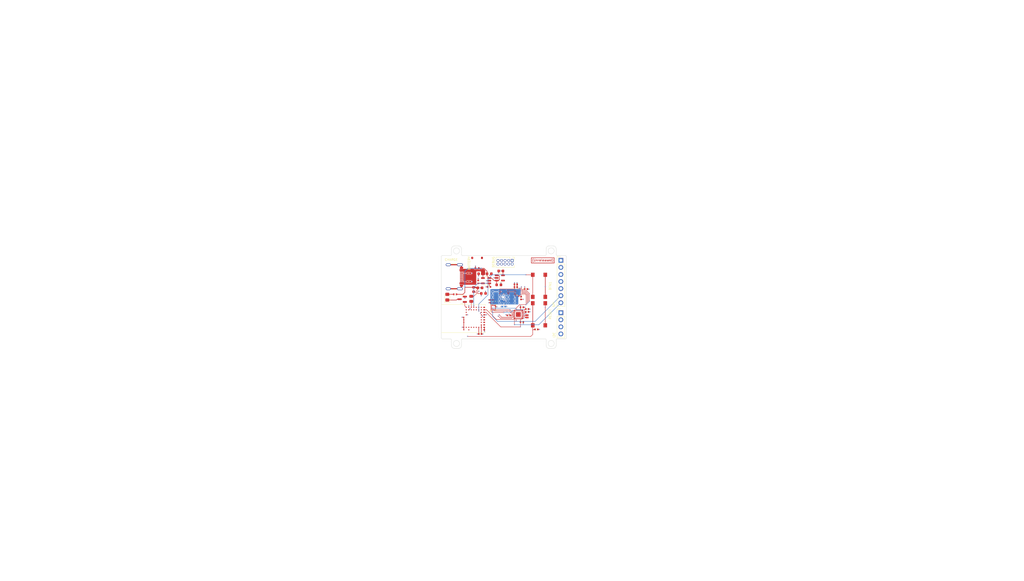
<source format=kicad_pcb>
(kicad_pcb (version 20241229) (generator "pcbnew") (generator_version "9.0")
  (title_block (title "Heartrate-DevKit") (date "2025-07-13") (rev "${REVISION}") (comment 1 "${COMPANY}"))
  (layers (0 "F.Cu" signal) (4 "In1.Cu" power "Inner1") (6 "In2.Cu" power "Inner2") (2 "B.Cu" signal) (13 "F.Paste" user) (15 "B.Paste" user) (5 "F.SilkS" user "F.Silkscreen") (7 "B.SilkS" user "B.Silkscreen") (1 "F.Mask" user) (3 "B.Mask" user) (25 "Edge.Cuts" user))
  (property "ASSEMBLY_NOTES" "")
  (property "BOARD_NAME" "")
  (property "COMPANY" "null")
  (property "DESIGNER" "Daniel Kampert")
  (property "FABRICATION_NOTES" "")
  (property "GIT_HASH_PCB" "")
  (property "GIT_HASH_SCH" "")
  (property "GIT_URL" "")
  (property "PROJECT_NAME" "")
  (property "RELEASE_BODY_UNRELEASED" "Version Unreleased not found.")
  (property "RELEASE_DATE" "06-Jun-2025")
  (property "RELEASE_DATE_NUM" "2025-06-06")
  (property "RELEASE_TITLE_UNRELEASED" "Version Unreleased not found.")
  (property "REVISION" "(Unreleased)")
  (property "SHEET_NAME_1" "Cover Page")
  (property "SHEET_NAME_10" "......................................")
  (property "SHEET_NAME_11" "......................................")
  (property "SHEET_NAME_12" "......................................")
  (property "SHEET_NAME_13" "......................................")
  (property "SHEET_NAME_14" "......................................")
  (property "SHEET_NAME_15" "......................................")
  (property "SHEET_NAME_16" "......................................")
  (property "SHEET_NAME_17" "......................................")
  (property "SHEET_NAME_18" "......................................")
  (property "SHEET_NAME_19" "......................................")
  (property "SHEET_NAME_2" "Block Diagram")
  (property "SHEET_NAME_20" "......................................")
  (property "SHEET_NAME_21" "......................................")
  (property "SHEET_NAME_22" "......................................")
  (property "SHEET_NAME_23" "......................................")
  (property "SHEET_NAME_24" "......................................")
  (property "SHEET_NAME_25" "......................................")
  (property "SHEET_NAME_26" "......................................")
  (property "SHEET_NAME_27" "......................................")
  (property "SHEET_NAME_28" "......................................")
  (property "SHEET_NAME_29" "......................................")
  (property "SHEET_NAME_3" "Project Architecture")
  (property "SHEET_NAME_30" "......................................")
  (property "SHEET_NAME_31" "......................................")
  (property "SHEET_NAME_32" "......................................")
  (property "SHEET_NAME_33" "......................................")
  (property "SHEET_NAME_34" "......................................")
  (property "SHEET_NAME_35" "......................................")
  (property "SHEET_NAME_36" "......................................")
  (property "SHEET_NAME_37" "......................................")
  (property "SHEET_NAME_38" "......................................")
  (property "SHEET_NAME_39" "......................................")
  (property "SHEET_NAME_4" "Main")
  (property "SHEET_NAME_40" "......................................")
  (property "SHEET_NAME_5" "Power - Sequencing")
  (property "SHEET_NAME_6" "Revision History")
  (property "SHEET_NAME_7" "......................................")
  (property "SHEET_NAME_8" "......................................")
  (property "SHEET_NAME_9" "......................................")
  (property "VARIANT" "PRELIMINARY")
  (net 0 "")
  (net 1 "GND")
  (net 2 "+1V8")
  (net 3 "PD_GND")
  (net 4 "/Project Architecture/Main/V_{LED}")
  (net 5 "/Project Architecture/Main/V_{BAT}")
  (net 6 "/Project Architecture/Main/INT_{ACC}")
  (net 7 "/Project Architecture/Main/SCL")
  (net 8 "/Project Architecture/Main/SDA")
  (net 9 "/Project Architecture/Main/~{RESET_{HR}}")
  (net 10 "/Project Architecture/Main/STATUS")
  (net 11 "/Project Architecture/Main/CHARGE")
  (net 12 "/Project Architecture/Main/ENABLE_{LED}")
  (net 13 "/Project Architecture/Main/SWDIO")
  (net 14 "/Project Architecture/Main/SWDCLK")
  (net 15 "/Project Architecture/Main/~{RESET}")
  (net 16 "Net-(IC101-V_{CORE})")
  (net 17 "Net-(IC102-V_{DD})")
  (net 18 "Net-(IC103-V_{REF})")
  (net 19 "Net-(D101-A)")
  (net 20 "Net-(D101-K)")
  (net 21 "Net-(D102-K)")
  (net 22 "Net-(D103-K)")
  (net 23 "Net-(IC101-SCLK_{SENSOR})")
  (net 24 "Net-(IC101-MOSI_{SENSOR})")
  (net 25 "Net-(IC101-CS_{PPG})")
  (net 26 "Net-(IC101-32k_{IN})")
  (net 27 "Net-(IC101-CS_{ACC})")
  (net 28 "Net-(IC101-INT_{PPG})")
  (net 29 "Net-(IC101-MISO_{SENSOR})")
  (net 30 "Net-(IC101-32k_{OUT})")
  (net 31 "Net-(IC102-PROG)")
  (net 34 "Net-(IC103-LED3-DRV)")
  (net 35 "Net-(IC103-LED1-DRV)")
  (net 36 "Net-(IC103-LED2-DRV)")
  (net 40 "Net-(IC106-L)")
  (net 43 "Net-(M101-P0.02)")
  (net 51 "Net-(M101-P2.03)")
  (net 52 "Net-(M101-P0.01)")
  (net 73 "Net-(X101-CC1)")
  (net 74 "Net-(X101-CC2)")
  (footprint "Capacitor_SMD:C_0603_1608Metric" (layer "F.Cu") (at 196.625 148.025)
    (property "Reference" "C114" (hide yes))
    (property "Value" "2u2" (hide yes))
  )
  (footprint "Capacitor_SMD:C_0402_1005Metric" (layer "F.Cu") (at 213.18 148.475)
    (property "Reference" "C107" (hide yes))
    (property "Value" "10u" (hide yes))
  )
  (footprint "Capacitor_SMD:C_0402_1005Metric" (layer "F.Cu") (at 200.4 152.855 90)
    (property "Reference" "C112" (hide yes))
    (property "Value" "100n" (hide yes))
  )
  (footprint "Resistor_SMD:R_0805_2012Metric" (layer "F.Cu") (at 193.51 151.975 90)
    (property "Reference" "R103" (hide yes))
    (property "Value" "0R" (hide yes))
  )
  (footprint "Package_BGA_Kampi:DSBGA-6_0.886x1.288mm_2x3_P0.4mm" (layer "F.Cu") (at 195.65 149.625)
    (property "Reference" "IC106" (hide yes))
    (property "Value" "TPS61240" (hide yes))
  )
  (footprint "Connector_USB:USB_C_Receptacle_GCT_USB4105-xx-A_16P_TopMnt_Horizontal" (layer "F.Cu") (at 186.325 144.03 -90)
    (property "Reference" "X101" (hide yes))
    (property "Value" "CHARGE")
  )
  (footprint "Resistor_SMD:R_0402_1005Metric" (layer "F.Cu") (at 187.7 150.35 180)
    (property "Reference" "R101" (hide yes))
    (property "Value" "220R" (hide yes))
  )
  (footprint "Resistor_SMD:R_0402_1005Metric" (layer "F.Cu") (at 211.7 155 180)
    (property "Reference" "R107" (hide yes))
    (property "Value" "4k7" (hide yes))
  )
  (footprint "Connector_PinHeader_2.54mm:PinHeader_1x07_P2.54mm_Vertical" (layer "F.Cu") (at 225.7 138.135)
    (property "Reference" "J102" (hide yes))
    (property "Value" "SPI")
  )
  (footprint "Capacitor_SMD:C_0402_1005Metric" (layer "F.Cu") (at 213.58 155.65)
    (property "Reference" "C104" (hide yes))
    (property "Value" "1u" (hide yes))
  )
  (footprint "Resistor_SMD:R_0402_1005Metric" (layer "F.Cu") (at 196 145.89 90)
    (property "Reference" "R108" (hide yes))
    (property "Value" "10k" (hide yes))
  )
  (footprint "Capacitor_SMD:C_0402_1005Metric" (layer "F.Cu") (at 201.7 152.855 90)
    (property "Reference" "C106" (hide yes))
    (property "Value" "10u" (hide yes))
  )
  (footprint "Capacitor_SMD:C_0402_1005Metric" (layer "F.Cu") (at 213.57 156.65)
    (property "Reference" "C103" (hide yes))
    (property "Value" "1u" (hide yes))
  )
  (footprint "Capacitor_SMD:C_0402_1005Metric" (layer "F.Cu") (at 207 157.925 180)
    (property "Reference" "C102" (hide yes))
    (property "Value" "1u" (hide yes))
  )
  (footprint "Connector_PinHeader_2.54mm:PinHeader_1x04_P2.54mm_Vertical" (layer "F.Cu") (at 225.7 156.975)
    (property "Reference" "J101" (hide yes))
    (property "Value" "I2C")
  )
  (footprint "Connector_PinHeader_1.27mm:PinHeader_2x05_P1.27mm_Vertical" (layer "F.Cu") (at 208.2 138.2 -90)
    (property "Reference" "X102" (hide yes))
    (property "Value" "DEBUG")
  )
  (footprint "LED_SMD:LED_0805_2012Metric_Pad1.15x1.40mm_HandSolder" (layer "F.Cu") (at 184.9 151.375 90)
    (property "Reference" "D101" (hide yes))
    (property "Value" "STATUS" (hide yes))
  )
  (footprint "Crystal_Kampi:ECS_ECX-1210" (layer "F.Cu") (at 213.5 158.275 90)
    (property "Reference" "Y101" (hide yes))
    (property "Value" "32kHz" (hide yes))
  )
  (footprint "Capacitor_SMD:C_0402_1005Metric" (layer "F.Cu") (at 209.5 146.775 180)
    (property "Reference" "C113" (hide yes))
    (property "Value" "22u" (hide yes))
  )
  (footprint "Analog Devices:MAX32664GTG" (layer "F.Cu") (at 210.43 157.6 90)
    (property "Reference" "IC101" (hide yes))
    (property "Value" "MAX32664" (hide yes))
  )
  (footprint "Package_TO_SOT_SMD:SOT-23" (layer "F.Cu") (at 190.2625 152.125 180)
    (property "Reference" "Q101" (hide yes))
    (property "Value" "BSS138" (hide yes))
  )
  (footprint "Capacitor_SMD:C_0402_1005Metric" (layer "F.Cu") (at 196.7 164.6 180)
    (property "Reference" "C101" (hide yes))
    (property "Value" "100n" (hide yes))
  )
  (footprint "Resistor_SMD:R_0402_1005Metric" (layer "F.Cu") (at 192.65 145.78 180)
    (property "Reference" "R106" (hide yes))
    (property "Value" "5k1" (hide yes))
  )
  (footprint "Wuerth:WS-TASV-6x6" (layer "F.Cu") (at 217.85 157.525 90)
    (property "Reference" "SW101" (hide yes))
    (property "Value" "RESET")
  )
  (footprint "Package_LGA:LGA-12_2x2mm_P0.5mm" (layer "F.Cu") (at 201.4375 155.105 90)
    (property "Reference" "IC104" (hide yes))
    (property "Value" "LIS2DS12" (hide yes))
  )
  (footprint "Capacitor_SMD:C_0402_1005Metric" (layer "F.Cu") (at 202.7 152.855 90)
    (property "Reference" "C109" (hide yes))
    (property "Value" "100n" (hide yes))
  )
  (footprint "Package_TO_SOT_SMD:SOT-23-5" (layer "F.Cu") (at 203.7625 144.45)
    (property "Reference" "IC105" (hide yes))
    (property "Value" "MIC5365-1.8" (hide yes))
  )
  (footprint "Fanstel:BM15C" (layer "F.Cu") (at 189.7 159.075 90)
    (property "Reference" "M101" (hide yes))
    (property "Value" "BM15C" (hide yes))
  )
  (footprint "Resistor_SMD:R_0402_1005Metric" (layer "F.Cu") (at 199.9 147.675 180)
    (property "Reference" "R109" (hide yes))
    (property "Value" "10k" (hide yes))
  )
  (footprint "Capacitor_SMD:C_0603_1608Metric" (layer "F.Cu") (at 204.125 141.95 180)
    (property "Reference" "C118" (hide yes))
    (property "Value" "1u" (hide yes))
  )
  (footprint "Capacitor_SMD:C_0603_1608Metric" (layer "F.Cu") (at 199.95 142.95)
    (property "Reference" "C110" (hide yes))
    (property "Value" "4u7" (hide yes))
  )
  (footprint "Capacitor_SMD:C_0402_1005Metric" (layer "F.Cu") (at 211.4 151.695 -90)
    (property "Reference" "C108" (hide yes))
    (property "Value" "1u" (hide yes))
  )
  (footprint "Resistor_SMD:R_0402_1005Metric" (layer "F.Cu") (at 216.9 162.975 180)
    (property "Reference" "R102" (hide yes))
    (property "Value" "10k" (hide yes))
  )
  (footprint "Capacitor_SMD:C_0402_1005Metric" (layer "F.Cu") (at 209.5 147.775 180)
    (property "Reference" "C111" (hide yes))
    (property "Value" "100n" (hide yes))
  )
  (footprint "Wuerth:WS-TASV-6x6" (layer "F.Cu") (at 217.85 147.3 -90)
    (property "Reference" "SW102" (hide yes))
    (property "Value" "BTN1")
  )
  (footprint "Resistor_SMD:R_0402_1005Metric" (layer "F.Cu") (at 192.65 142.78)
    (property "Reference" "R105" (hide yes))
    (property "Value" "5k1" (hide yes))
  )
  (footprint "Package_TO_SOT_SMD:SOT-23-5" (layer "F.Cu") (at 198.8375 145.45 180)
    (property "Reference" "IC102" (hide yes))
    (property "Value" "MCP73832-2-OT" (hide yes))
  )
  (footprint "Inductor_SMD:L_0603_1608Metric" (layer "F.Cu") (at 194.35 148.625 -90)
    (property "Reference" "L101" (hide yes))
    (property "Value" "1u" (hide yes))
  )
  (footprint "Resistor_SMD:R_0402_1005Metric" (layer "F.Cu") (at 211.7 160.3)
    (property "Reference" "R104" (hide yes))
    (property "Value" "10k" (hide yes))
  )
  (footprint "Capacitor_SMD:C_0603_1608Metric" (layer "F.Cu") (at 197.875 150.025)
    (property "Reference" "C117" (hide yes))
    (property "Value" "4u7" (hide yes))
  )
  (footprint "Molex:78171-0002" (layer "F.Cu") (at 195.6 139.15 180)
    (property "Reference" "X103" (hide yes))
    (property "Value" "BATTERY")
  )
  (footprint "Package_BGA_Kampi:THIN-WLP-20_2.228x1.967mm_P0.4mm" (layer "F.Cu") (at 211.2 149.475 -90)
    (property "Reference" "IC103" (hide yes))
    (property "Value" "MAX86141" (hide yes))
  )
  (footprint "Capacitor_SMD:C_0603_1608Metric" (layer "F.Cu") (at 203.4 146.95)
    (property "Reference" "C115" (hide yes))
    (property "Value" "1u" (hide yes))
  )
  (footprint "Capacitor_SMD:C_0603_1608Metric" (layer "F.Cu") (at 196.925 142.95 180)
    (property "Reference" "C105" (hide yes))
    (property "Value" "4u7" (hide yes))
  )
  (footprint "Vishay:VEMD808x" (layer "B.Cu") (at 202.4 151.375 -90)
    (property "Reference" "D103" (hide yes))
    (property "Value" "D_Photo" (hide yes))
  )
  (footprint "Resistor_SMD:R_0402_1005Metric" (layer "B.Cu") (at 204.7 154.245 -90)
    (property "Reference" "R110" (hide yes))
    (property "Value" "~" (hide yes))
  )
  (footprint "Capacitor_SMD:C_0402_1005Metric" (layer "B.Cu") (at 205.7 154.245 -90)
    (property "Reference" "C116" (hide yes))
    (property "Value" "~" (hide yes))
  )
  (footprint "Osram:SFH7016" (layer "B.Cu") (at 205.2 151.375)
    (property "Reference" "LED101" (hide yes))
    (property "Value" "SFH7016" (hide yes))
  )
  (footprint "Vishay:VEMD808x" (layer "B.Cu") (at 208 151.375 -90)
    (property "Reference" "D102" (hide yes))
    (property "Value" "D_Photo" (hide yes))
  )
  (gr_rect (start 215.1 137.2) (end 223.3 139.1) (stroke (width 0.2)) (fill no) (layer "F.Cu"))
  (gr_line (start 196.2 150.375) (end 196.2 150.125) (stroke (width 0.1)) (layer "F.SilkS"))
  (gr_line (start 198.1 164.125) (end 182.85 164.125) (stroke (width 0.1)) (layer "F.SilkS"))
  (gr_line (start 195.95 148.875) (end 196.2 148.875) (stroke (width 0.1)) (layer "F.SilkS"))
  (gr_line (start 195.1 150.075) (end 195.1 150.375) (stroke (width 0.1)) (layer "F.SilkS"))
  (gr_line (start 198.1 154.025) (end 182.85 154.025) (stroke (width 0.1)) (layer "F.SilkS"))
  (gr_line (start 196.2 149.075) (end 196.2 148.875) (stroke (width 0.1)) (layer "F.SilkS"))
  (gr_line (start 195.1 150.375) (end 195.4 150.375) (stroke (width 0.1)) (layer "F.SilkS"))
  (gr_line (start 195.95 150.375) (end 196.2 150.375) (stroke (width 0.1)) (layer "F.SilkS"))
  (gr_line (start 190.3 136.375) (end 220.1 136.375) (stroke (width 0.1)) (layer "Edge.Cuts"))
  (gr_line (start 224.3 166.4) (end 227.2 166.4) (stroke (width 0.1)) (layer "Edge.Cuts"))
  (gr_arc (start 183.2 166.4) (mid 182.846447 166.253553) (end 182.7 165.9) (stroke (width 0.1)) (layer "Edge.Cuts"))
  (gr_arc (start 186.4 134.025) (mid 186.722183 133.247183) (end 187.5 132.925) (stroke (width 0.1)) (layer "Edge.Cuts"))
  (gr_line (start 186.4 136.075) (end 186.4 134.025) (stroke (width 0.1)) (layer "Edge.Cuts"))
  (gr_line (start 182.7 136.875) (end 182.7 165.9) (stroke (width 0.1)) (layer "Edge.Cuts"))
  (gr_arc (start 190 168.725) (mid 189.677817 169.502817) (end 188.9 169.825) (stroke (width 0.1)) (layer "Edge.Cuts"))
  (gr_line (start 224 166.7) (end 224 168.725) (stroke (width 0.1)) (layer "Edge.Cuts"))
  (gr_arc (start 190 166.675) (mid 190.087868 166.462868) (end 190.3 166.375) (stroke (width 0.1)) (layer "Edge.Cuts"))
  (gr_line (start 220.4 136.075) (end 220.4 134.025) (stroke (width 0.1)) (layer "Edge.Cuts"))
  (gr_arc (start 188.9 132.925) (mid 189.677817 133.247183) (end 190 134.025) (stroke (width 0.1)) (layer "Edge.Cuts"))
  (gr_line (start 220.1 166.375) (end 190.3 166.375) (stroke (width 0.1)) (layer "Edge.Cuts"))
  (gr_line (start 188.9 169.825) (end 187.5 169.825) (stroke (width 0.1)) (layer "Edge.Cuts"))
  (gr_arc (start 224.3 136.375) (mid 224.087868 136.287132) (end 224 136.075) (stroke (width 0.1)) (layer "Edge.Cuts"))
  (gr_arc (start 186.4 136.075) (mid 186.312132 136.287132) (end 186.1 136.375) (stroke (width 0.1)) (layer "Edge.Cuts"))
  (gr_line (start 190 166.675) (end 190 168.725) (stroke (width 0.1)) (layer "Edge.Cuts"))
  (gr_line (start 220.4 168.725) (end 220.4 166.675) (stroke (width 0.1)) (layer "Edge.Cuts"))
  (gr_line (start 222.9 169.825) (end 221.5 169.825) (stroke (width 0.1)) (layer "Edge.Cuts"))
  (gr_circle (center 222.2 134.725) (end 223.3 134.725) (stroke (width 0.1)) (fill no) (layer "Edge.Cuts"))
  (gr_line (start 187.5 132.925) (end 188.9 132.925) (stroke (width 0.1)) (layer "Edge.Cuts"))
  (gr_line (start 221.5 132.925) (end 222.9 132.925) (stroke (width 0.1)) (layer "Edge.Cuts"))
  (gr_arc (start 187.5 169.825) (mid 186.722183 169.502817) (end 186.4 168.725) (stroke (width 0.1)) (layer "Edge.Cuts"))
  (gr_arc (start 190.3 136.375) (mid 190.087868 136.287132) (end 190 136.075) (stroke (width 0.1)) (layer "Edge.Cuts"))
  (gr_arc (start 182.7 136.875) (mid 182.846447 136.521447) (end 183.2 136.375) (stroke (width 0.1)) (layer "Edge.Cuts"))
  (gr_arc (start 220.4 134.025) (mid 220.722183 133.247183) (end 221.5 132.925) (stroke (width 0.1)) (layer "Edge.Cuts"))
  (gr_arc (start 221.5 169.825) (mid 220.722183 169.502817) (end 220.4 168.725) (stroke (width 0.1)) (layer "Edge.Cuts"))
  (gr_arc (start 220.1 166.375) (mid 220.312132 166.462868) (end 220.4 166.675) (stroke (width 0.1)) (layer "Edge.Cuts"))
  (gr_arc (start 227.2 136.375) (mid 227.553553 136.521447) (end 227.7 136.875) (stroke (width 0.1)) (layer "Edge.Cuts"))
  (gr_line (start 227.7 165.9) (end 227.7 136.875) (stroke (width 0.1)) (layer "Edge.Cuts"))
  (gr_arc (start 224 166.7) (mid 224.087868 166.487868) (end 224.3 166.4) (stroke (width 0.1)) (layer "Edge.Cuts"))
  (gr_line (start 224 134.025) (end 224 136.075) (stroke (width 0.1)) (layer "Edge.Cuts"))
  (gr_circle (center 188.2 134.725) (end 189.3 134.725) (stroke (width 0.1)) (fill no) (layer "Edge.Cuts"))
  (gr_line (start 183.2 136.375) (end 186.1 136.375) (stroke (width 0.1)) (layer "Edge.Cuts"))
  (gr_line (start 190 134.025) (end 190 136.075) (stroke (width 0.1)) (layer "Edge.Cuts"))
  (gr_arc (start 227.7 165.9) (mid 227.553553 166.253553) (end 227.2 166.4) (stroke (width 0.1)) (layer "Edge.Cuts"))
  (gr_circle (center 188.2 168.025) (end 187.1 168.025) (stroke (width 0.1)) (fill no) (layer "Edge.Cuts"))
  (gr_arc (start 222.9 132.925) (mid 223.677817 133.247183) (end 224 134.025) (stroke (width 0.1)) (layer "Edge.Cuts"))
  (gr_circle (center 222.2 168.025) (end 221.1 168.025) (stroke (width 0.1)) (fill no) (layer "Edge.Cuts"))
  (gr_line (start 224.3 136.375) (end 227.2 136.375) (stroke (width 0.1)) (layer "Edge.Cuts"))
  (gr_line (start 186.4 168.725) (end 186.4 166.7) (stroke (width 0.1)) (layer "Edge.Cuts"))
  (gr_arc (start 220.4 136.075) (mid 220.312132 136.287132) (end 220.1 136.375) (stroke (width 0.1)) (layer "Edge.Cuts"))
  (gr_arc (start 186.1 166.4) (mid 186.312132 166.487868) (end 186.4 166.7) (stroke (width 0.1)) (layer "Edge.Cuts"))
  (gr_arc (start 224 168.725) (mid 223.677817 169.502817) (end 222.9 169.825) (stroke (width 0.1)) (layer "Edge.Cuts"))
  (gr_line (start 186.1 166.4) (end 183.2 166.4) (stroke (width 0.1)) (layer "Edge.Cuts"))
  (gr_text "${REVISION}" (at 219.2 138.1 0) (layer "F.Cu") (effects (font (size 0.8 0.8) (thickness 0.12))))
  (segment (start 220.1 151.275) (end 220.1 147.575) (width 0.2) (layer "F.Cu") (net 1))
  (segment (start 197.4 148.025) (end 196.625 148.025) (width 0.15) (layer "F.Cu") (net 1))
  (segment (start 202.200242 154.855242) (end 202.2 154.855) (width 0.2) (layer "F.Cu") (net 1))
  (segment (start 202.7 154.855) (end 202.2 154.855) (width 0.2) (layer "F.Cu") (net 1))
  (segment (start 200.1125 143.5625) (end 200.725 142.95) (width 0.2) (layer "F.Cu") (net 1))
  (segment (start 203.35 142.65) (end 203.35 141.95) (width 0.2) (layer "F.Cu") (net 1))
  (segment (start 202.2 154.855) (end 202.2 154.355) (width 0.2) (layer "F.Cu") (net 1))
  (segment (start 198.2344 163.7) (end 198.2344 163.1136) (width 0.2) (layer "F.Cu") (net 1))
  (segment (start 209.02 148.195) (end 209.02 147.775) (width 0.15) (layer "F.Cu") (net 1))
  (segment (start 190.25 158.6) (end 190.2678 158.6178) (width 0.2) (layer "F.Cu") (net 1))
  (segment (start 206.25 157.925) (end 206.52 157.925) (width 0.2) (layer "F.Cu") (net 1))
  (segment (start 193.7 142.78) (end 193.16 142.78) (width 0.15) (layer "F.Cu") (net 1))
  (segment (start 209.02 146.195) (end 209.02 146.775) (width 0.2) (layer "F.Cu") (net 1))
  (segment (start 212.4 158.975) (end 211.895 158.975) (width 0.15) (layer "F.Cu") (net 1))
  (segment (start 211.88 157.6) (end 212.5 157.6) (width 0.15) (layer "F.Cu") (net 1))
  (segment (start 212.21 160.875) (end 212.21 160.3) (width 0.15) (layer "F.Cu") (net 1))
  (segment (start 196.8 157.1312) (end 197.1168 156.8144) (width 0.2) (layer "F.Cu") (net 1))
  (segment (start 200.4 152.375) (end 201.7 152.375) (width 0.4) (layer "F.Cu") (net 1))
  (segment (start 195.85 149.225) (end 196.3 149.225) (width 0.15) (layer "F.Cu") (net 1))
  (segment (start 190.2678 158.6178) (end 190.8176 158.6178) (width 0.2) (layer "F.Cu") (net 1))
  (segment (start 206 157.675) (end 206.25 157.925) (width 0.2) (layer "F.Cu") (net 1))
  (segment (start 190.005 147.23) (end 190.005 147.775) (width 0.4) (layer "F.Cu") (net 1))
  (segment (start 189.43 139.71) (end 185.25 139.71) (width 0.4) (layer "F.Cu") (net 1))
  (segment (start 210.6 149.475) (end 210.3 149.475) (width 0.15) (layer "F.Cu") (net 1))
  (segment (start 196 144.6) (end 196 145.38) (width 0.2) (layer "F.Cu") (net 1))
  (segment (start 190.005 140.83) (end 190.005 140.285) (width 0.4) (layer "F.Cu") (net 1))
  (segment (start 198.2344 162.2246) (end 198.2344 163.1136) (width 0.2) (layer "F.Cu") (net 1))
  (segment (start 190.8176 162.2246) (end 190.8176 160.4212) (width 0.2) (layer "F.Cu") (net 1))
  (segment (start 191.2 151.175) (end 191.2 151.775) (width 0.2) (layer "F.Cu") (net 1))
  (segment (start 189.43 148.35) (end 185.25 148.35) (width 0.4) (layer "F.Cu") (net 1))
  (segment (start 214.2 148.475) (end 213.66 148.475) (width 0.15) (layer "F.Cu") (net 1))
  (segment (start 190.005 140.285) (end 189.43 139.71) (width 0.4) (layer "F.Cu") (net 1))
  (segment (start 202.2 154.355) (end 202.1875 154.3425) (width 0.2) (layer "F.Cu") (net 1))
  (segment (start 201.7 152.375) (end 202.7 152.375) (width 0.4) (layer "F.Cu") (net 1))
  (segment (start 214.6 155.65) (end 214.06 155.65) (width 0.15) (layer "F.Cu") (net 1))
  (segment (start 190.8176 159.5322) (end 190.8176 158.6178) (width 0.2) (layer "F.Cu") (net 1))
  (segment (start 199.975 145.45) (end 199 145.45) (width 0.2) (layer "F.Cu") (net 1))
  (segment (start 190.8176 163.1136) (end 190.8176 162.2246) (width 0.2) (layer "F.Cu") (net 1))
  (segment (start 201.6875 154.3425) (end 202.1875 154.3425) (width 0.2) (layer "F.Cu") (net 1))
  (segment (start 209.02 147.775) (end 209.02 146.775) (width 0.2) (layer "F.Cu") (net 1))
  (segment (start 195 140.2) (end 195 141.025) (width 0.2) (layer "F.Cu") (net 1))
  (segment (start 196.2024 164.5824) (end 196.2024 162.2246) (width 0.2) (layer "F.Cu") (net 1))
  (segment (start 190.005 147.775) (end 189.43 148.35) (width 0.4) (layer "F.Cu") (net 1))
  (segment (start 195.7 164.6) (end 196.22 164.6) (width 0.2) (layer "F.Cu") (net 1))
  (segment (start 199.8 152.375) (end 200.4 152.375) (width 0.4) (layer "F.Cu") (net 1))
  (segment (start 210.6 149.475) (end 211 149.475) (width 0.2) (layer "F.Cu") (net 1))
  (segment (start 220.1 153.55) (end 220.1 155) (width 0.15) (layer "F.Cu") (net 1))
  (segment (start 211 149.875) (end 211 149.475) (width 0.2) (layer "F.Cu") (net 1))
  (segment (start 211.895 158.975) (end 211.85 159.02) (width 0.15) (layer "F.Cu") (net 1))
  (segment (start 196.15 143.75) (end 196.15 142.95) (width 0.2) (layer "F.Cu") (net 1))
  (segment (start 220.1 155) (end 220.1 161.5) (width 0.15) (layer "F.Cu") (net 1))
  (segment (start 211.4 152.175) (end 212.2 152.175) (width 0.15) (layer "F.Cu") (net 1))
  (segment (start 202.625 144.45) (end 201.65 144.45) (width 0.2) (layer "F.Cu") (net 1))
  (segment (start 214.05 156.65) (end 214.6 156.65) (width 0.15) (layer "F.Cu") (net 1))
  (segment (start 193.7 145.78) (end 193.16 145.78) (width 0.15) (layer "F.Cu") (net 1))
  (segment (start 210.3 149.475) (end 209.02 148.195) (width 0.15) (layer "F.Cu") (net 1))
  (segment (start 190.8176 160.4212) (end 190.8176 159.5322) (width 0.2) (layer "F.Cu") (net 1))
  (segment (start 198.65 149.275) (end 198.65 150.025) (width 0.15) (layer "F.Cu") (net 1))
  (segment (start 190.3 162.2246) (end 190.8176 162.2246) (width 0.2) (layer "F.Cu") (net 1))
  (segment (start 220.1 147.575) (end 220.1 143.325) (width 0.2) (layer "F.Cu") (net 1))
  (segment (start 196.22 164.6) (end 196.2024 164.5824) (width 0.2) (layer "F.Cu") (net 1))
  (segment (start 204.175 146.225) (end 204.175 146.95) (width 0.2) (layer "F.Cu") (net 1))
  (via (at 206.25 154.725) (size 0.35) (drill 0.2) (layers "F.Cu" "B.Cu") (net 1))
  (via (at 190.25 158.6) (size 0.35) (drill 0.2) (layers "F.Cu" "B.Cu") (net 1))
  (via (at 196.625 148.025) (size 0.35) (drill 0.2) (layers "F.Cu" "B.Cu") (net 1))
  (via (at 198.65 149.275) (size 0.35) (drill 0.2) (layers "F.Cu" "B.Cu") (net 1))
  (via (at 202.7 154.855) (size 0.35) (drill 0.2) (layers "F.Cu" "B.Cu") (net 1))
  (via (at 198.2344 163.7) (size 0.35) (drill 0.2) (layers "F.Cu" "B.Cu") (net 1))
  (via (at 193.7 145.78) (size 0.35) (drill 0.2) (layers "F.Cu" "B.Cu") (net 1))
  (via (at 220.1 155) (size 0.35) (drill 0.2) (layers "F.Cu" "B.Cu") (net 1))
  (via (at 195 140.2) (size 0.35) (drill 0.2) (layers "F.Cu" "B.Cu") (net 1))
  (via (at 199.8 152.375) (size 0.35) (drill 0.2) (layers "F.Cu" "B.Cu") (net 1))
  (via (at 220.1 147.575) (size 0.35) (drill 0.2) (layers "F.Cu" "B.Cu") (net 1))
  (via (at 196.3 149.225) (size 0.35) (drill 0.2) (layers "F.Cu" "B.Cu") (net 1))
  (via (at 209.02 146.195) (size 0.35) (drill 0.2) (layers "F.Cu" "B.Cu") (net 1))
  (via (at 206 157.675) (size 0.35) (drill 0.2) (layers "F.Cu" "B.Cu") (net 1))
  (via (at 204.22 154.755) (size 0.35) (drill 0.2) (layers "F.Cu" "B.Cu") (net 1))
  (via (at 214.6 155.65) (size 0.35) (drill 0.2) (layers "F.Cu" "B.Cu") (net 1))
  (via (at 196 144.6) (size 0.35) (drill 0.2) (layers "F.Cu" "B.Cu") (net 1))
  (via (at 203.35 142.65) (size 0.35) (drill 0.2) (layers "F.Cu" "B.Cu") (net 1))
  (via (at 190.3 162.2246) (size 0.35) (drill 0.2) (layers "F.Cu" "B.Cu") (net 1))
  (via (at 200.1125 143.5625) (size 0.35) (drill 0.2) (layers "F.Cu" "B.Cu") (net 1))
  (via (at 204.175 146.225) (size 0.35) (drill 0.2) (layers "F.Cu" "B.Cu") (net 1))
  (via (at 193.7 142.78) (size 0.35) (drill 0.2) (layers "F.Cu" "B.Cu") (net 1))
  (via (at 214.2 148.475) (size 0.35) (drill 0.2) (layers "F.Cu" "B.Cu") (net 1))
  (via (at 196.15 143.75) (size 0.35) (drill 0.2) (layers "F.Cu" "B.Cu") (net 1))
  (via (at 212.21 160.875) (size 0.35) (drill 0.2) (layers "F.Cu" "B.Cu") (net 1))
  (via (at 195.7 164.6) (size 0.35) (drill 0.2) (layers "F.Cu" "B.Cu") (net 1))
  (via (at 199 145.45) (size 0.35) (drill 0.2) (layers "F.Cu" "B.Cu") (net 1))
  (via (at 201.65 144.45) (size 0.35) (drill 0.2) (layers "F.Cu" "B.Cu") (net 1))
  (via (at 212.5 157.6) (size 0.35) (drill 0.2) (layers "F.Cu" "B.Cu") (net 1))
  (via (at 212.2 152.175) (size 0.35) (drill 0.2) (layers "F.Cu" "B.Cu") (net 1))
  (via (at 196.8 157.1312) (size 0.35) (drill 0.2) (layers "F.Cu" "B.Cu") (net 1))
  (via (at 212.4 158.975) (size 0.35) (drill 0.2) (layers "F.Cu" "B.Cu") (net 1))
  (via (at 191.2 151.775) (size 0.35) (drill 0.2) (layers "F.Cu" "B.Cu") (net 1))
  (via (at 214.6 156.65) (size 0.35) (drill 0.2) (layers "F.Cu" "B.Cu") (net 1))
  (segment (start 206.25 154.725) (end 205.7 154.725) (width 0.2) (layer "B.Cu") (net 1))
  (segment (start 204.73 154.725) (end 204.7 154.755) (width 0.2) (layer "B.Cu") (net 1))
  (segment (start 204.22 154.755) (end 204.7 154.755) (width 0.2) (layer "B.Cu") (net 1))
  (segment (start 199.8 153.335) (end 200.4 153.335) (width 0.15) (layer "F.Cu") (net 2))
  (segment (start 201.1875 153.8475) (end 201.7 153.335) (width 0.15) (layer "F.Cu") (net 2))
  (segment (start 210.409082 149.075) (end 209.98 148.645918) (width 0.15) (layer "F.Cu") (net 2))
  (segment (start 211.88 157.2) (end 211.880001 157.200001) (width 0.15) (layer "F.Cu") (net 2))
  (segment (start 204.125 141.95) (end 204.9 141.95) (width 0.2) (layer "F.Cu") (net 2))
  (segment (start 197.18 164.6) (end 197.1168 164.5368) (width 0.2) (layer "F.Cu") (net 2))
  (segment (start 212.775 155) (end 212.21 155) (width 0.2) (layer "F.Cu") (net 2))
  (segment (start 202.7 153.335) (end 201.7 153.335) (width 0.15) (layer "F.Cu") (net 2))
  (segment (start 209.98 147.775) (end 209.98 146.775) (width 0.2) (layer "F.Cu") (net 2))
  (segment (start 208.26019 157.6) (end 208.98 157.6) (width 0.2) (layer "F.Cu") (net 2))
  (segment (start 213.09 157.21) (end 213.09 156.65) (width 0.15) (layer "F.Cu") (net 2))
  (segment (start 200.6875 154.0625) (end 200.6875 154.3425) (width 0.15) (layer "F.Cu") (net 2))
  (segment (start 211 149.075) (end 210.6 149.075) (width 0.15) (layer "F.Cu") (net 2))
  (segment (start 210.6 149.075) (end 210.409082 149.075) (width 0.15) (layer "F.Cu") (net 2))
  (segment (start 211.880001 157.200001) (end 212.539999 157.200001) (width 0.15) (layer "F.Cu") (net 2))
  (segment (start 200.4 153.335) (end 200.4 153.775) (width 0.15) (layer "F.Cu") (net 2))
  (segment (start 209.98 146.195) (end 209.98 146.775) (width 0.2) (layer "F.Cu") (net 2))
  (segment (start 200.4 153.775) (end 200.6875 154.0625) (width 0.15) (layer "F.Cu") (net 2))
  (segment (start 201.7 153.335) (end 200.4 153.335) (width 0.15) (layer "F.Cu") (net 2))
  (segment (start 207.48 157.925) (end 207.93519 157.925) (width 0.2) (layer "F.Cu") (net 2))
  (segment (start 209.98 148.645918) (end 209.98 147.775) (width 0.15) (layer "F.Cu") (net 2))
  (segment (start 197.1168 164.5368) (end 197.1168 162.2246) (width 0.2) (layer "F.Cu") (net 2))
  (segment (start 197.1168 162.2246) (end 197.1168 161.3356) (width 0.2) (layer "F.Cu") (net 2))
  (segment (start 198.8 147.675) (end 199.39 147.675) (width 0.2) (layer "F.Cu") (net 2))
  (segment (start 207.93519 157.925) (end 208.26019 157.6) (width 0.2) (layer "F.Cu") (net 2))
  (segment (start 207.05 157.495) (end 207.05 157.475) (width 0.2) (layer "F.Cu") (net 2))
  (segment (start 197.7 164.6) (end 197.18 164.6) (width 0.2) (layer "F.Cu") (net 2))
  (segment (start 204.9 141.95) (end 204.9 143.5) (width 0.2) (layer "F.Cu") (net 2))
  (segment (start 218 162.975) (end 217.41 162.975) (width 0.15) (layer "F.Cu") (net 2))
  (segment (start 212.539999 157.200001) (end 213.09 156.65) (width 0.15) (layer "F.Cu") (net 2))
  (segment (start 207.48 157.925) (end 207.05 157.495) (width 0.2) (layer "F.Cu") (net 2))
  (segment (start 201.1875 154.3425) (end 201.1875 153.8475) (width 0.15) (layer "F.Cu") (net 2))
  (via (at 207.05 157.475) (size 0.35) (drill 0.2) (layers "F.Cu" "B.Cu") (net 2))
  (via (at 212.775 155) (size 0.35) (drill 0.2) (layers "F.Cu" "B.Cu") (net 2))
  (via (at 199.8 153.335) (size 0.35) (drill 0.2) (layers "F.Cu" "B.Cu") (net 2))
  (via (at 204.125 141.95) (size 0.35) (drill 0.2) (layers "F.Cu" "B.Cu") (net 2))
  (via (at 198.8 147.675) (size 0.35) (drill 0.2) (layers "F.Cu" "B.Cu") (net 2))
  (via (at 218 162.975) (size 0.35) (drill 0.2) (layers "F.Cu" "B.Cu") (net 2))
  (via (at 213.09 157.21) (size 0.35) (drill 0.2) (layers "F.Cu" "B.Cu") (net 2))
  (via (at 197.7 164.6) (size 0.35) (drill 0.2) (layers "F.Cu" "B.Cu") (net 2))
  (via (at 209.98 146.195) (size 0.35) (drill 0.2) (layers "F.Cu" "B.Cu") (net 2))
  (via (at 206.1 148.775) (size 0.35) (drill 0.2) (layers "F.Cu" "B.Cu") (net 3))
  (via (at 211 150.275) (size 0.3) (drill 0.15) (layers "F.Cu" "B.Cu") (net 3))
  (via (at 206.1 149.975) (size 0.35) (drill 0.2) (layers "F.Cu" "B.Cu") (net 3))
  (segment (start 212.4 148.475) (end 212.7 148.475) (width 0.15) (layer "F.Cu") (net 4))
  (segment (start 211.8 148.675) (end 212.2 148.675) (width 0.15) (layer "F.Cu") (net 4))
  (segment (start 195.85 150.025) (end 197.1 150.025) (width 0.15) (layer "F.Cu") (net 4))
  (segment (start 197.1 150.025) (end 197.1 150.875) (width 0.15) (layer "F.Cu") (net 4))
  (segment (start 195.85 150.025) (end 195.85 149.625) (width 0.15) (layer "F.Cu") (net 4))
  (segment (start 212.7 147.675) (end 212.7 148.475) (width 0.15) (layer "F.Cu") (net 4))
  (segment (start 212.2 148.675) (end 212.4 148.475) (width 0.15) (layer "F.Cu") (net 4))
  (via (at 197.1 150.875) (size 0.35) (drill 0.2) (layers "F.Cu" "B.Cu") (net 4))
  (via (at 205.5 151.375) (size 0.35) (drill 0.2) (layers "F.Cu" "B.Cu") (net 4))
  (via (at 204.3 151.375) (size 0.35) (drill 0.2) (layers "F.Cu" "B.Cu") (net 4))
  (via (at 212.7 147.675) (size 0.35) (drill 0.2) (layers "F.Cu" "B.Cu") (net 4))
  (segment (start 204.55 151.625) (end 204.55 151.95) (width 0.15) (layer "B.Cu") (net 4))
  (segment (start 204.3 151.375) (end 204.55 151.625) (width 0.15) (layer "B.Cu") (net 4))
  (segment (start 205.85 151.025) (end 205.5 151.375) (width 0.15) (layer "B.Cu") (net 4))
  (segment (start 205.85 150.8) (end 205.85 151.025) (width 0.15) (layer "B.Cu") (net 4))
  (segment (start 198.125 141.025) (end 199.175 142.075) (width 0.2) (layer "F.Cu") (net 5))
  (segment (start 203.5875 145.084252) (end 203.271752 145.4) (width 0.2) (layer "F.Cu") (net 5))
  (segment (start 199.975 144.5) (end 200.8 144.5) (width 0.2) (layer "F.Cu") (net 5))
  (segment (start 191.2 147.8375) (end 194.35 147.8375) (width 0.2) (layer "F.Cu") (net 5))
  (segment (start 191.2 147.8375) (end 191.2 149.675) (width 0.2) (layer "F.Cu") (net 5))
  (segment (start 191.2 149.675) (end 190.525 150.35) (width 0.2) (layer "F.Cu") (net 5))
  (segment (start 195.3 148.025) (end 195.1125 147.8375) (width 0.4) (layer "F.Cu") (net 5))
  (segment (start 190.525 150.35) (end 188.21 150.35) (width 0.2) (layer "F.Cu") (net 5))
  (segment (start 201.7 145.4) (end 202.625 145.4) (width 0.2) (layer "F.Cu") (net 5))
  (segment (start 195.1125 147.8375) (end 194.35 147.8375) (width 0.4) (layer "F.Cu") (net 5))
  (segment (start 195.85 148.025) (end 195.85 148.55) (width 0.15) (layer "F.Cu") (net 5))
  (segment (start 202.625 143.5) (end 203.287499 143.5) (width 0.2) (layer "F.Cu") (net 5))
  (segment (start 203.271752 145.4) (end 202.625 145.4) (width 0.2) (layer "F.Cu") (net 5))
  (segment (start 203.287499 143.5) (end 203.5875 143.800001) (width 0.2) (layer "F.Cu") (net 5))
  (segment (start 197.2 141.025) (end 198.125 141.025) (width 0.2) (layer "F.Cu") (net 5))
  (segment (start 202.625 145.4) (end 202.625 146.95) (width 0.2) (layer "F.Cu") (net 5))
  (segment (start 195.85 148.55) (end 195.45 148.95) (width 0.15) (layer "F.Cu") (net 5))
  (segment (start 200.8 144.5) (end 201.7 145.4) (width 0.2) (layer "F.Cu") (net 5))
  (segment (start 199.175 142.075) (end 199.175 142.95) (width 0.2) (layer "F.Cu") (net 5))
  (segment (start 197.2 141.025) (end 197.3 141.025) (width 0.2) (layer "F.Cu") (net 5))
  (segment (start 199.175 143.7) (end 199.975 144.5) (width 0.2) (layer "F.Cu") (net 5))
  (segment (start 199.175 142.95) (end 199.175 143.7) (width 0.2) (layer "F.Cu") (net 5))
  (segment (start 203.5875 143.800001) (end 203.5875 145.084252) (width 0.2) (layer "F.Cu") (net 5))
  (segment (start 195.45 148.95) (end 195.45 149.225) (width 0.15) (layer "F.Cu") (net 5))
  (segment (start 195.85 148.025) (end 195.3 148.025) (width 0.4) (layer "F.Cu") (net 5))
  (segment (start 196.2 141.025) (end 197.2 141.025) (width 0.2) (layer "F.Cu") (net 5))
  (via (at 197.2 141.025) (size 0.35) (drill 0.2) (layers "F.Cu" "B.Cu") (net 5))
  (via (at 191.2 147.8375) (size 0.35) (drill 0.2) (layers "F.Cu" "B.Cu") (net 5))
  (segment (start 192.25 141.025) (end 197.2 141.025) (width 0.2) (layer "B.Cu") (net 5))
  (segment (start 191.2 142.075) (end 192.25 141.025) (width 0.2) (layer "B.Cu") (net 5))
  (segment (start 191.2 147.8375) (end 191.2 142.075) (width 0.2) (layer "B.Cu") (net 5))
  (segment (start 201.199998 155.355) (end 200.675 155.355) (width 0.15) (layer "F.Cu") (net 6))
  (segment (start 212.14 155.89) (end 211.85 156.18) (width 0.15) (layer "F.Cu") (net 6))
  (segment (start 201.2 155.354998) (end 201.199998 155.355) (width 0.15) (layer "F.Cu") (net 6))
  (via (at 201.2 155.354998) (size 0.35) (drill 0.2) (layers "F.Cu" "B.Cu") (net 6))
  (via (at 212.14 155.89) (size 0.35) (drill 0.2) (layers "F.Cu" "B.Cu") (net 6))
  (segment (start 209.815 155.89) (end 209.279998 155.354998) (width 0.15) (layer "B.Cu") (net 6))
  (segment (start 209.279998 155.354998) (end 201.2 155.354998) (width 0.15) (layer "B.Cu") (net 6))
  (segment (start 212.14 155.89) (end 209.815 155.89) (width 0.15) (layer "B.Cu") (net 6))
  (segment (start 204 158.975) (end 208.029264 158.975) (width 0.15) (layer "F.Cu") (net 7))
  (segment (start 208.029264 158.975) (end 208.604263 158.400001) (width 0.15) (layer "F.Cu") (net 7))
  (segment (start 197.563 158.175) (end 197.1168 157.7288) (width 0.15) (layer "F.Cu") (net 7))
  (segment (start 203.2 158.175) (end 204 158.975) (width 0.15) (layer "F.Cu") (net 7))
  (segment (start 208.604263 158.400001) (end 208.98 158.400001) (width 0.15) (layer "F.Cu") (net 7))
  (via (at 203.2 158.175) (size 0.35) (drill 0.2) (layers "F.Cu" "B.Cu") (net 7))
  (via (at 197.563 158.175) (size 0.35) (drill 0.2) (layers "F.Cu" "B.Cu") (net 7))
  (segment (start 208.400001 157.999999) (end 208.98 157.999999) (width 0.15) (layer "F.Cu") (net 8))
  (segment (start 198.2344 157.7288) (end 198.9 157.7288) (width 0.15) (layer "F.Cu") (net 8))
  (segment (start 207.8 158.6) (end 208.400001 157.999999) (width 0.15) (layer "F.Cu") (net 8))
  (segment (start 204.425 158.6) (end 207.8 158.6) (width 0.15) (layer "F.Cu") (net 8))
  (segment (start 203.5538 157.7288) (end 204.425 158.6) (width 0.15) (layer "F.Cu") (net 8))
  (via (at 203.5538 157.7288) (size 0.35) (drill 0.2) (layers "F.Cu" "B.Cu") (net 8))
  (via (at 198.9 157.7288) (size 0.35) (drill 0.2) (layers "F.Cu" "B.Cu") (net 8))
  (segment (start 211.230001 159.530001) (end 211.19 159.570002) (width 0.15) (layer "F.Cu") (net 9))
  (segment (start 211.19 162.055) (end 204.08 162.055) (width 0.15) (layer "F.Cu") (net 9))
  (segment (start 211.19 159.570002) (end 211.19 160.3) (width 0.15) (layer "F.Cu") (net 9))
  (segment (start 204.08 162.055) (end 198.8394 156.8144) (width 0.15) (layer "F.Cu") (net 9))
  (segment (start 198.8394 156.8144) (end 198.2344 156.8144) (width 0.15) (layer "F.Cu") (net 9))
  (segment (start 211.19 162.055) (end 211.19 160.3) (width 0.15) (layer "F.Cu") (net 9))
  (segment (start 211.230001 159.05) (end 211.230001 159.530001) (width 0.15) (layer "F.Cu") (net 9))
  (via (at 211.19 162.055) (size 0.35) (drill 0.2) (layers "F.Cu" "B.Cu") (net 9))
  (segment (start 209.01 161.275) (end 209.01 159.02) (width 0.15) (layer "F.Cu") (net 10))
  (segment (start 209.01 159.02) (end 208.655 159.375) (width 0.15) (layer "F.Cu") (net 10))
  (segment (start 202.5 159.375) (end 199.0504 155.9254) (width 0.15) (layer "F.Cu") (net 10))
  (segment (start 208.655 159.375) (end 202.5 159.375) (width 0.15) (layer "F.Cu") (net 10))
  (segment (start 199.0504 155.9254) (end 198.2344 155.9254) (width 0.15) (layer "F.Cu") (net 10))
  (via (at 209.01 161.275) (size 0.35) (drill 0.2) (layers "F.Cu" "B.Cu") (net 10))
  (segment (start 217.8 161.275) (end 225.7 153.375) (width 0.15) (layer "B.Cu") (net 10))
  (segment (start 209.01 161.275) (end 217.8 161.275) (width 0.15) (layer "B.Cu") (net 10))
  (segment (start 194.399 155.0364) (end 194.399 154.376) (width 0.15) (layer "F.Cu") (net 11))
  (segment (start 199.975 147.225) (end 199.975 146.4) (width 0.2) (layer "F.Cu") (net 11))
  (segment (start 199.975 146.4) (end 199 146.4) (width 0.15) (layer "F.Cu") (net 11))
  (segment (start 194.399 154.376) (end 194.4 154.375) (width 0.15) (layer "F.Cu") (net 11))
  (segment (start 200.41 147.66) (end 199.975 147.225) (width 0.2) (layer "F.Cu") (net 11))
  (segment (start 200.41 147.675) (end 200.41 147.66) (width 0.2) (layer "F.Cu") (net 11))
  (segment (start 194.399 155.0364) (end 194.399 155.049) (width 0.15) (layer "F.Cu") (net 11))
  (segment (start 200.4 147.685) (end 200.41 147.675) (width 0.2) (layer "F.Cu") (net 11))
  (via (at 199 146.4) (size 0.35) (drill 0.2) (layers "F.Cu" "B.Cu") (net 11))
  (via (at 194.4 154.375) (size 0.35) (drill 0.2) (layers "F.Cu" "B.Cu") (net 11))
  (segment (start 194.4 147.875) (end 195.875 146.4) (width 0.15) (layer "B.Cu") (net 11))
  (segment (start 194.4 154.375) (end 194.4 147.875) (width 0.15) (layer "B.Cu") (net 11))
  (segment (start 195.875 146.4) (end 199 146.4) (width 0.15) (layer "B.Cu") (net 11))
  (segment (start 193.51 151.0625) (end 194.4125 151.0625) (width 0.15) (layer "F.Cu") (net 12))
  (segment (start 194.4125 151.0625) (end 195.45 150.025) (width 0.15) (layer "F.Cu") (net 12))
  (segment (start 192.6746 155.9254) (end 192.621 155.9254) (width 0.2) (layer "F.Cu") (net 13))
  (segment (start 193.1 155.5) (end 192.6746 155.9254) (width 0.15) (layer "F.Cu") (net 13))
  (via (at 193.1 155.5) (size 0.35) (drill 0.2) (layers "F.Cu" "B.Cu") (net 13))
  (segment (start 192.621 154.475) (end 192.621 155.0364) (width 0.15) (layer "F.Cu") (net 14))
  (via (at 192.621 154.475) (size 0.35) (drill 0.2) (layers "F.Cu" "B.Cu") (net 14))
  (segment (start 215.9 162.975) (end 215.6 163.275) (width 0.15) (layer "F.Cu") (net 15))
  (segment (start 192.2 165.475) (end 214.9 165.475) (width 0.15) (layer "F.Cu") (net 15))
  (segment (start 214.9 165.475) (end 215.6 164.775) (width 0.15) (layer "F.Cu") (net 15))
  (segment (start 215.6 163.275) (end 215.6 161.5) (width 0.15) (layer "F.Cu") (net 15))
  (segment (start 216.39 162.975) (end 215.9 162.975) (width 0.15) (layer "F.Cu") (net 15))
  (segment (start 192.2 157.7288) (end 191.7066 157.7288) (width 0.15) (layer "F.Cu") (net 15))
  (segment (start 215.6 164.775) (end 215.6 163.275) (width 0.15) (layer "F.Cu") (net 15))
  (segment (start 215.6 161.5) (end 215.6 153.55) (width 0.2) (layer "F.Cu") (net 15))
  (via (at 192.2 157.7288) (size 0.35) (drill 0.2) (layers "F.Cu" "B.Cu") (net 15))
  (via (at 192.2 165.475) (size 0.35) (drill 0.2) (layers "F.Cu" "B.Cu") (net 15))
  (segment (start 212.585 155.865) (end 212.8 155.65) (width 0.15) (layer "F.Cu") (net 16))
  (segment (start 211.880001 156.799999) (end 212.400001 156.799999) (width 0.15) (layer "F.Cu") (net 16))
  (segment (start 212.8 155.65) (end 213.1 155.65) (width 0.15) (layer "F.Cu") (net 16))
  (segment (start 211.88 156.8) (end 211.880001 156.799999) (width 0.15) (layer "F.Cu") (net 16))
  (segment (start 212.585 156.615) (end 212.585 155.865) (width 0.15) (layer "F.Cu") (net 16))
  (segment (start 212.400001 156.799999) (end 212.585 156.615) (width 0.15) (layer "F.Cu") (net 16))
  (segment (start 197.7 142.95) (end 197.7 144.5) (width 0.2) (layer "F.Cu") (net 17))
  (segment (start 211.4 151.215) (end 211.4 150.275) (width 0.15) (layer "F.Cu") (net 18))
  (segment (start 184.9 150.35) (end 187.19 150.35) (width 0.2) (layer "F.Cu") (net 19))
  (segment (start 188.175 152.4) (end 184.9 152.4) (width 0.2) (layer "F.Cu") (net 20))
  (segment (start 188.45 152.125) (end 188.175 152.4) (width 0.2) (layer "F.Cu") (net 20))
  (segment (start 189.325 152.125) (end 188.45 152.125) (width 0.2) (layer "F.Cu") (net 20))
  (segment (start 209.9 150.685) (end 210.31 150.275) (width 0.15) (layer "F.Cu") (net 21))
  (segment (start 210.31 150.275) (end 210.6 150.275) (width 0.15) (layer "F.Cu") (net 21))
  (segment (start 209.8 150.685) (end 209.9 150.685) (width 0.15) (layer "F.Cu") (net 21))
  (via (at 209.8 150.685) (size 0.35) (drill 0.2) (layers "F.Cu" "B.Cu") (net 21))
  (segment (start 206.81 152.065) (end 206.81 150.685) (width 0.15) (layer "B.Cu") (net 21))
  (segment (start 206.81 150.685) (end 206.81 149.375) (width 0.15) (layer "B.Cu") (net 21))
  (segment (start 209.19 150.685) (end 209.8 150.685) (width 0.15) (layer "B.Cu") (net 21))
  (segment (start 209.19 152.065) (end 209.19 150.975) (width 0.15) (layer "B.Cu") (net 21))
  (segment (start 206.81 149.375) (end 209.19 149.375) (width 0.15) (layer "B.Cu") (net 21))
  (segment (start 209.19 150.975) (end 209.19 150.685) (width 0.15) (layer "B.Cu") (net 21))
  (segment (start 209.19 150.975) (end 209.19 149.375) (width 0.15) (layer "B.Cu") (net 21))
  (segment (start 209.19 153.375) (end 209.19 152.065) (width 0.15) (layer "B.Cu") (net 21))
  (segment (start 209.4 149.875) (end 210.6 149.875) (width 0.15) (layer "F.Cu") (net 22))
  (segment (start 208.9 149.375) (end 209.4 149.875) (width 0.15) (layer "F.Cu") (net 22))
  (segment (start 204.3 149.375) (end 208.9 149.375) (width 0.15) (layer "F.Cu") (net 22))
  (via (at 204.3 149.375) (size 0.35) (drill 0.2) (layers "F.Cu" "B.Cu") (net 22))
  (segment (start 201.21 150.685) (end 201.21 149.375) (width 0.15) (layer "B.Cu") (net 22))
  (segment (start 203.59 149.375) (end 203.59 150.685) (width 0.15) (layer "B.Cu") (net 22))
  (segment (start 201.21 149.375) (end 203.59 149.375) (width 0.15) (layer "B.Cu") (net 22))
  (segment (start 203.59 152.065) (end 203.59 153.375) (width 0.15) (layer "B.Cu") (net 22))
  (segment (start 203.59 150.685) (end 203.59 152.065) (width 0.15) (layer "B.Cu") (net 22))
  (segment (start 203.59 149.375) (end 204.3 149.375) (width 0.15) (layer "B.Cu") (net 22))
  (segment (start 201.21 152.065) (end 201.21 150.685) (width 0.15) (layer "B.Cu") (net 22))
  (segment (start 213.4 149.075) (end 214.4 150.075) (width 0.15) (layer "F.Cu") (net 23))
  (segment (start 205.2 156.875) (end 201 156.875) (width 0.15) (layer "F.Cu") (net 23))
  (segment (start 200.6875 156.5625) (end 200.6875 155.8675) (width 0.15) (layer "F.Cu") (net 23))
  (segment (start 211.8 149.075) (end 213.4 149.075) (width 0.15) (layer "F.Cu") (net 23))
  (segment (start 201 156.875) (end 200.6875 156.5625) (width 0.15) (layer "F.Cu") (net 23))
  (segment (start 214.4 150.075) (end 214.4 152.875) (width 0.15) (layer "F.Cu") (net 23))
  (segment (start 208.4 156.18) (end 209.01 156.18) (width 0.15) (layer "F.Cu") (net 23))
  (via (at 205.2 156.875) (size 0.35) (drill 0.2) (layers "F.Cu" "B.Cu") (net 23))
  (via (at 208.4 156.18) (size 0.35) (drill 0.2) (layers "F.Cu" "B.Cu") (net 23))
  (via (at 214.4 152.875) (size 0.35) (drill 0.2) (layers "F.Cu" "B.Cu") (net 23))
  (segment (start 205.2 156.875) (end 207.705 156.875) (width 0.15) (layer "B.Cu") (net 23))
  (segment (start 207.705 156.875) (end 208.4 156.18) (width 0.15) (layer "B.Cu") (net 23))
  (segment (start 213 149.875) (end 213.6 150.475) (width 0.15) (layer "F.Cu") (net 24))
  (segment (start 213.6 150.475) (end 213.6 153.675) (width 0.15) (layer "F.Cu") (net 24))
  (segment (start 208.325 156.8) (end 208.98 156.8) (width 0.15) (layer "F.Cu") (net 24))
  (segment (start 207.4 155.8675) (end 202.1875 155.8675) (width 0.15) (layer "F.Cu") (net 24))
  (segment (start 207.4 155.8675) (end 207.7 156.1675) (width 0.15) (layer "F.Cu") (net 24))
  (segment (start 207.7 156.175) (end 208.325 156.8) (width 0.15) (layer "F.Cu") (net 24))
  (segment (start 207.7 156.1675) (end 207.7 156.175) (width 0.15) (layer "F.Cu") (net 24))
  (segment (start 211.8 149.875) (end 213 149.875) (width 0.15) (layer "F.Cu") (net 24))
  (via (at 207.4 155.8675) (size 0.35) (drill 0.2) (layers "F.Cu" "B.Cu") (net 24))
  (via (at 213.6 153.675) (size 0.35) (drill 0.2) (layers "F.Cu" "B.Cu") (net 24))
  (segment (start 213.2 150.575) (end 212.9 150.275) (width 0.15) (layer "F.Cu") (net 25))
  (segment (start 213.2 154.075) (end 213.2 150.575) (width 0.15) (layer "F.Cu") (net 25))
  (segment (start 213.2 154.075) (end 210.8579 154.075) (width 0.15) (layer "F.Cu") (net 25))
  (segment (start 210.8579 154.075) (end 209.629999 155.302901) (width 0.15) (layer "F.Cu") (net 25))
  (segment (start 212.9 150.275) (end 211.8 150.275) (width 0.15) (layer "F.Cu") (net 25))
  (segment (start 209.629999 155.302901) (end 209.629999 156.15) (width 0.15) (layer "F.Cu") (net 25))
  (via (at 213.2 154.075) (size 0.35) (drill 0.2) (layers "F.Cu" "B.Cu") (net 25))
  (segment (start 212.4339 158.001) (end 212.72005 158.001) (width 0.15) (layer "F.Cu") (net 26))
  (segment (start 212.72005 158.001) (end 212.85855 157.8625) (width 0.15) (layer "F.Cu") (net 26))
  (segment (start 211.88 157.999999) (end 212.432899 157.999999) (width 0.15) (layer "F.Cu") (net 26))
  (segment (start 212.85855 157.8625) (end 213.5 157.8625) (width 0.15) (layer "F.Cu") (net 26))
  (segment (start 212.432899 157.999999) (end 212.4339 158.001) (width 0.15) (layer "F.Cu") (net 26))
  (segment (start 201.1875 156.475) (end 201.1875 155.8675) (width 0.15) (layer "F.Cu") (net 27))
  (segment (start 209.629999 160.075) (end 209.629999 159.05) (width 0.15) (layer "F.Cu") (net 27))
  (via (at 201.1875 156.475) (size 0.35) (drill 0.2) (layers "F.Cu" "B.Cu") (net 27))
  (via (at 209.629999 160.075) (size 0.35) (drill 0.2) (layers "F.Cu" "B.Cu") (net 27))
  (segment (start 209.629999 160.075) (end 216.46 160.075) (width 0.15) (layer "B.Cu") (net 27))
  (segment (start 201.1875 158.3625) (end 201.1875 156.475) (width 0.15) (layer "B.Cu") (net 27))
  (segment (start 202.9 160.075) (end 201.1875 158.3625) (width 0.15) (layer "B.Cu") (net 27))
  (segment (start 216.46 160.075) (end 225.7 150.835) (width 0.15) (layer "B.Cu") (net 27))
  (segment (start 209.629999 160.075) (end 202.9 160.075) (width 0.15) (layer "B.Cu") (net 27))
  (segment (start 211.19 154.485) (end 211.19 155) (width 0.15) (layer "F.Cu") (net 28))
  (segment (start 211.19 155.59) (end 211.19 155) (width 0.15) (layer "F.Cu") (net 28))
  (segment (start 211.23 155.63) (end 211.19 155.59) (width 0.15) (layer "F.Cu") (net 28))
  (segment (start 211.23 156.15) (end 211.23 155.63) (width 0.15) (layer "F.Cu") (net 28))
  (via (at 211.19 154.485) (size 0.35) (drill 0.2) (layers "F.Cu" "B.Cu") (net 28))
  (via (at 211.4 149.075) (size 0.3) (drill 0.15) (layers "F.Cu" "B.Cu") (net 28))
  (segment (start 208.125 157.2) (end 208.98 157.2) (width 0.15) (layer "F.Cu") (net 29))
  (segment (start 213.2 149.475) (end 214 150.275) (width 0.15) (layer "F.Cu") (net 29))
  (segment (start 206.3 156.375) (end 207.3 156.375) (width 0.15) (layer "F.Cu") (net 29))
  (segment (start 201.6875 156.182) (end 201.6875 155.8675) (width 0.15) (layer "F.Cu") (net 29))
  (segment (start 201.8805 156.375) (end 201.6875 156.182) (width 0.15) (layer "F.Cu") (net 29))
  (segment (start 207.3 156.375) (end 208.125 157.2) (width 0.15) (layer "F.Cu") (net 29))
  (segment (start 214 150.275) (end 214 153.275) (width 0.15) (layer "F.Cu") (net 29))
  (segment (start 211.8 149.475) (end 213.2 149.475) (width 0.15) (layer "F.Cu") (net 29))
  (segment (start 206.3 156.375) (end 201.8805 156.375) (width 0.15) (layer "F.Cu") (net 29))
  (via (at 214 153.275) (size 0.35) (drill 0.2) (layers "F.Cu" "B.Cu") (net 29))
  (via (at 206.3 156.375) (size 0.35) (drill 0.2) (layers "F.Cu" "B.Cu") (net 29))
  (segment (start 212.95 158.6875) (end 213.5 158.6875) (width 0.15) (layer "F.Cu") (net 30))
  (segment (start 211.88 158.400001) (end 212.662501 158.400001) (width 0.15) (layer "F.Cu") (net 30))
  (segment (start 212.662501 158.400001) (end 212.95 158.6875) (width 0.15) (layer "F.Cu") (net 30))
  (segment (start 196 146.4) (end 197.7 146.4) (width 0.2) (layer "F.Cu") (net 31))
  (segment (start 196.1 146.41) (end 196.09 146.4) (width 0.2) (layer "F.Cu") (net 31))
  (segment (start 196.09 146.4) (end 196 146.4) (width 0.2) (layer "F.Cu") (net 31))
  (segment (start 211.5 147.675) (end 211.5 148.375) (width 0.15) (layer "F.Cu") (net 34))
  (segment (start 211.4 148.475) (end 211.4 148.675) (width 0.15) (layer "F.Cu") (net 34))
  (segment (start 211.5 148.375) (end 211.4 148.475) (width 0.15) (layer "F.Cu") (net 34))
  (via (at 211.5 147.675) (size 0.35) (drill 0.2) (layers "F.Cu" "B.Cu") (net 34))
  (via (at 205.2 150.275) (size 0.35) (drill 0.2) (layers "F.Cu" "B.Cu") (net 34))
  (segment (start 205.2 150.8) (end 205.2 150.275) (width 0.15) (layer "B.Cu") (net 34))
  (segment (start 210.6 148.675) (end 210.6 148.175) (width 0.15) (layer "F.Cu") (net 35))
  (via (at 205.2 152.375) (size 0.35) (drill 0.2) (layers "F.Cu" "B.Cu") (net 35))
  (via (at 210.6 148.175) (size 0.35) (drill 0.2) (layers "F.Cu" "B.Cu") (net 35))
  (segment (start 205.2 151.95) (end 205.2 152.375) (width 0.15) (layer "B.Cu") (net 35))
  (segment (start 211 148.309314) (end 211 148.675) (width 0.15) (layer "F.Cu") (net 36))
  (segment (start 211.1 148.209314) (end 211 148.309314) (width 0.15) (layer "F.Cu") (net 36))
  (via (at 206 152.775) (size 0.35) (drill 0.2) (layers "F.Cu" "B.Cu") (net 36))
  (via (at 211.1 148.209314) (size 0.35) (drill 0.2) (layers "F.Cu" "B.Cu") (net 36))
  (segment (start 206 152.775) (end 205.85 152.625) (width 0.15) (layer "B.Cu") (net 36))
  (segment (start 205.85 152.625) (end 205.85 151.95) (width 0.15) (layer "B.Cu") (net 36))
  (segment (start 194.35 149.4125) (end 194.8875 149.4125) (width 0.15) (layer "F.Cu") (net 40))
  (segment (start 195.1 149.625) (end 195.45 149.625) (width 0.15) (layer "F.Cu") (net 40))
  (segment (start 194.8875 149.4125) (end 195.1 149.625) (width 0.15) (layer "F.Cu") (net 40))
  (segment (start 191.2 154.5298) (end 191.7066 155.0364) (width 0.15) (layer "F.Cu") (net 43))
  (segment (start 191.2 153.075) (end 191.2 154.5298) (width 0.15) (layer "F.Cu") (net 43))
  (segment (start 215.6 143.325) (end 213.125 143.325) (width 0.15) (layer "F.Cu") (net 51))
  (segment (start 196.2024 156.4) (end 196.2024 155.9254) (width 0.15) (layer "F.Cu") (net 51))
  (segment (start 213.125 143.325) (end 213.1 143.3) (width 0.15) (layer "F.Cu") (net 51))
  (segment (start 215.6 143.325) (end 215.6 151.275) (width 0.15) (layer "F.Cu") (net 51))
  (via (at 213.1 143.3) (size 0.35) (drill 0.2) (layers "F.Cu" "B.Cu") (net 51))
  (via (at 196.2024 156.4) (size 0.35) (drill 0.2) (layers "F.Cu" "B.Cu") (net 51))
  (segment (start 196.2 153.875) (end 196.2 156.3976) (width 0.15) (layer "B.Cu") (net 51))
  (segment (start 196.2 156.3976) (end 196.2024 156.4) (width 0.15) (layer "B.Cu") (net 51))
  (segment (start 213.1 143.3) (end 201.1 143.3) (width 0.15) (layer "B.Cu") (net 51))
  (segment (start 201.1 143.3) (end 199.5 144.9) (width 0.15) (layer "B.Cu") (net 51))
  (segment (start 199.5 150.575) (end 196.2 153.875) (width 0.15) (layer "B.Cu") (net 51))
  (segment (start 199.5 144.9) (end 199.5 150.575) (width 0.15) (layer "B.Cu") (net 51))
  (segment (start 193.51 152.8875) (end 193.51 155.0364) (width 0.15) (layer "F.Cu") (net 52))
  (segment (start 192.14 142.78) (end 190.005 142.78) (width 0.15) (layer "F.Cu") (net 73))
  (segment (start 192.14 145.78) (end 190.005 145.78) (width 0.15) (layer "F.Cu") (net 74))
  (zone (net 17) (net_name "Net-(IC102-V_{DD})") (layer "F.Cu") (priority 3) (connect_pads yes (clearance 0)) (min_thickness 0.25) (fill yes (thermal_gap 0.5) (thermal_bridge_width 0.5))
    (polygon (pts (xy 189.3 141.2) (xy 198.4 141.2) (xy 198.5 141.3) (xy 198.5 143.4) (xy 197 143.4) (xy 197 142.1) (xy 195.3 142.1) (xy 195.3 146.9) (xy 189.3 146.9)))
  )
  (zone (net 0) (net_name "") (layer "F.Cu") (connect_pads (clearance 0)) (min_thickness 0.25)
    (keepout (tracks allowed) (vias allowed) (pads allowed) (copperpour not_allowed) (footprints allowed))
    (fill (thermal_gap 0.5) (thermal_bridge_width 0.5))
    (polygon (pts (xy 202.8 153.655) (xy 201.5 153.655) (xy 201.4 153.755) (xy 201.4 154.755) (xy 201 154.755) (xy 201 153.655) (xy 201.5 153.155) (xy 202.8 153.155)))
  )
  (zone (net 0) (net_name "") (layer "F.Cu") (connect_pads (clearance 0)) (min_thickness 0.25)
    (keepout (tracks allowed) (vias allowed) (pads allowed) (copperpour not_allowed) (footprints allowed))
    (fill (thermal_gap 0.5) (thermal_bridge_width 0.5))
    (polygon (pts (xy 203.9 142.9) (xy 204.6 142.9) (xy 204.6 142) (xy 205.2 142) (xy 205.2 142.9) (xy 205.9 142.9) (xy 205.9 144.1) (xy 203.9 144.1)))
  )
  (zone (net 3) (net_name "PD_GND") (layer "F.Cu") (priority 1) (connect_pads yes (clearance 0)) (min_thickness 0.25) (fill yes (thermal_gap 0.5) (thermal_bridge_width 0.5))
    (polygon (pts (xy 203.6 148.375) (xy 211.2 148.375) (xy 211.2 150.775) (xy 210.8 150.775) (xy 210.8 151.275) (xy 209.3 151.275) (xy 209.3 150.975) (xy 208.7 150.375) (xy 203.6 150.375)))
  )
  (zone (net 0) (net_name "") (layer "F.Cu") (connect_pads (clearance 0)) (min_thickness 0.25)
    (keepout (tracks allowed) (vias allowed) (pads allowed) (copperpour not_allowed) (footprints allowed))
    (fill (thermal_gap 0.5) (thermal_bridge_width 0.5))
    (polygon (pts (xy 200.3 154.655) (xy 200.3 153.355) (xy 201 153.355) (xy 201 154.655)))
  )
  (zone (net 3) (net_name "PD_GND") (layers "B.Cu" "In2.Cu") (priority 1) (connect_pads (clearance 0.127)) (min_thickness 0.127) (fill yes (thermal_gap 0.127) (thermal_bridge_width 0.127))
    (polygon (pts (xy 200.4 153.975) (xy 210.4 153.975) (xy 210.4 148.475) (xy 200.4 148.475)))
  )
  (zone (net 3) (net_name "PD_GND") (layers "B.Cu" "In2.Cu") (priority 2) (connect_pads yes (clearance 0)) (min_thickness 0.25) (fill yes (thermal_gap 0.5) (thermal_bridge_width 0.5))
    (polygon (pts (xy 210.3 148.475) (xy 211.2 148.475) (xy 211.2 150.675) (xy 210.3 150.675)))
  )
)
</source>
